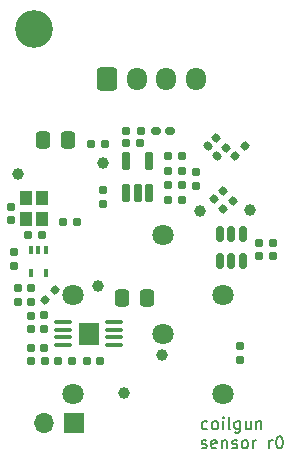
<source format=gbr>
%TF.GenerationSoftware,KiCad,Pcbnew,8.0.0*%
%TF.CreationDate,2024-03-24T11:45:01-04:00*%
%TF.ProjectId,sensor,73656e73-6f72-42e6-9b69-6361645f7063,rev?*%
%TF.SameCoordinates,Original*%
%TF.FileFunction,Soldermask,Top*%
%TF.FilePolarity,Negative*%
%FSLAX46Y46*%
G04 Gerber Fmt 4.6, Leading zero omitted, Abs format (unit mm)*
G04 Created by KiCad (PCBNEW 8.0.0) date 2024-03-24 11:45:01*
%MOMM*%
%LPD*%
G01*
G04 APERTURE LIST*
G04 Aperture macros list*
%AMRoundRect*
0 Rectangle with rounded corners*
0 $1 Rounding radius*
0 $2 $3 $4 $5 $6 $7 $8 $9 X,Y pos of 4 corners*
0 Add a 4 corners polygon primitive as box body*
4,1,4,$2,$3,$4,$5,$6,$7,$8,$9,$2,$3,0*
0 Add four circle primitives for the rounded corners*
1,1,$1+$1,$2,$3*
1,1,$1+$1,$4,$5*
1,1,$1+$1,$6,$7*
1,1,$1+$1,$8,$9*
0 Add four rect primitives between the rounded corners*
20,1,$1+$1,$2,$3,$4,$5,0*
20,1,$1+$1,$4,$5,$6,$7,0*
20,1,$1+$1,$6,$7,$8,$9,0*
20,1,$1+$1,$8,$9,$2,$3,0*%
G04 Aperture macros list end*
%ADD10C,0.150000*%
%ADD11C,1.000000*%
%ADD12RoundRect,0.160000X0.197500X0.160000X-0.197500X0.160000X-0.197500X-0.160000X0.197500X-0.160000X0*%
%ADD13RoundRect,0.160000X0.252791X-0.026517X-0.026517X0.252791X-0.252791X0.026517X0.026517X-0.252791X0*%
%ADD14RoundRect,0.250000X-0.600000X-0.725000X0.600000X-0.725000X0.600000X0.725000X-0.600000X0.725000X0*%
%ADD15O,1.700000X1.950000*%
%ADD16RoundRect,0.155000X0.155000X-0.212500X0.155000X0.212500X-0.155000X0.212500X-0.155000X-0.212500X0*%
%ADD17R,1.000000X1.150000*%
%ADD18RoundRect,0.160000X-0.197500X-0.160000X0.197500X-0.160000X0.197500X0.160000X-0.197500X0.160000X0*%
%ADD19C,3.200000*%
%ADD20RoundRect,0.160000X0.026517X0.252791X-0.252791X-0.026517X-0.026517X-0.252791X0.252791X0.026517X0*%
%ADD21RoundRect,0.155000X-0.212500X-0.155000X0.212500X-0.155000X0.212500X0.155000X-0.212500X0.155000X0*%
%ADD22RoundRect,0.160000X0.160000X-0.197500X0.160000X0.197500X-0.160000X0.197500X-0.160000X-0.197500X0*%
%ADD23RoundRect,0.160000X-0.160000X0.197500X-0.160000X-0.197500X0.160000X-0.197500X0.160000X0.197500X0*%
%ADD24R,1.700000X1.700000*%
%ADD25O,1.700000X1.700000*%
%ADD26RoundRect,0.155000X-0.155000X0.212500X-0.155000X-0.212500X0.155000X-0.212500X0.155000X0.212500X0*%
%ADD27RoundRect,0.150000X-0.150000X0.512500X-0.150000X-0.512500X0.150000X-0.512500X0.150000X0.512500X0*%
%ADD28RoundRect,0.160000X0.222500X0.160000X-0.222500X0.160000X-0.222500X-0.160000X0.222500X-0.160000X0*%
%ADD29RoundRect,0.155000X0.259862X-0.040659X-0.040659X0.259862X-0.259862X0.040659X0.040659X-0.259862X0*%
%ADD30RoundRect,0.100000X-0.625000X-0.100000X0.625000X-0.100000X0.625000X0.100000X-0.625000X0.100000X0*%
%ADD31R,1.680000X1.880000*%
%ADD32RoundRect,0.162500X0.162500X-0.617500X0.162500X0.617500X-0.162500X0.617500X-0.162500X-0.617500X0*%
%ADD33RoundRect,0.250000X0.337500X0.475000X-0.337500X0.475000X-0.337500X-0.475000X0.337500X-0.475000X0*%
%ADD34RoundRect,0.155000X0.212500X0.155000X-0.212500X0.155000X-0.212500X-0.155000X0.212500X-0.155000X0*%
%ADD35RoundRect,0.100000X-0.100000X0.225000X-0.100000X-0.225000X0.100000X-0.225000X0.100000X0.225000X0*%
%ADD36RoundRect,0.160000X-0.252791X0.026517X0.026517X-0.252791X0.252791X-0.026517X-0.026517X0.252791X0*%
%ADD37C,1.800000*%
G04 APERTURE END LIST*
D10*
X96165350Y-87312256D02*
X96070112Y-87359875D01*
X96070112Y-87359875D02*
X95879636Y-87359875D01*
X95879636Y-87359875D02*
X95784398Y-87312256D01*
X95784398Y-87312256D02*
X95736779Y-87264636D01*
X95736779Y-87264636D02*
X95689160Y-87169398D01*
X95689160Y-87169398D02*
X95689160Y-86883684D01*
X95689160Y-86883684D02*
X95736779Y-86788446D01*
X95736779Y-86788446D02*
X95784398Y-86740827D01*
X95784398Y-86740827D02*
X95879636Y-86693208D01*
X95879636Y-86693208D02*
X96070112Y-86693208D01*
X96070112Y-86693208D02*
X96165350Y-86740827D01*
X96736779Y-87359875D02*
X96641541Y-87312256D01*
X96641541Y-87312256D02*
X96593922Y-87264636D01*
X96593922Y-87264636D02*
X96546303Y-87169398D01*
X96546303Y-87169398D02*
X96546303Y-86883684D01*
X96546303Y-86883684D02*
X96593922Y-86788446D01*
X96593922Y-86788446D02*
X96641541Y-86740827D01*
X96641541Y-86740827D02*
X96736779Y-86693208D01*
X96736779Y-86693208D02*
X96879636Y-86693208D01*
X96879636Y-86693208D02*
X96974874Y-86740827D01*
X96974874Y-86740827D02*
X97022493Y-86788446D01*
X97022493Y-86788446D02*
X97070112Y-86883684D01*
X97070112Y-86883684D02*
X97070112Y-87169398D01*
X97070112Y-87169398D02*
X97022493Y-87264636D01*
X97022493Y-87264636D02*
X96974874Y-87312256D01*
X96974874Y-87312256D02*
X96879636Y-87359875D01*
X96879636Y-87359875D02*
X96736779Y-87359875D01*
X97498684Y-87359875D02*
X97498684Y-86693208D01*
X97498684Y-86359875D02*
X97451065Y-86407494D01*
X97451065Y-86407494D02*
X97498684Y-86455113D01*
X97498684Y-86455113D02*
X97546303Y-86407494D01*
X97546303Y-86407494D02*
X97498684Y-86359875D01*
X97498684Y-86359875D02*
X97498684Y-86455113D01*
X98117731Y-87359875D02*
X98022493Y-87312256D01*
X98022493Y-87312256D02*
X97974874Y-87217017D01*
X97974874Y-87217017D02*
X97974874Y-86359875D01*
X98927255Y-86693208D02*
X98927255Y-87502732D01*
X98927255Y-87502732D02*
X98879636Y-87597970D01*
X98879636Y-87597970D02*
X98832017Y-87645589D01*
X98832017Y-87645589D02*
X98736779Y-87693208D01*
X98736779Y-87693208D02*
X98593922Y-87693208D01*
X98593922Y-87693208D02*
X98498684Y-87645589D01*
X98927255Y-87312256D02*
X98832017Y-87359875D01*
X98832017Y-87359875D02*
X98641541Y-87359875D01*
X98641541Y-87359875D02*
X98546303Y-87312256D01*
X98546303Y-87312256D02*
X98498684Y-87264636D01*
X98498684Y-87264636D02*
X98451065Y-87169398D01*
X98451065Y-87169398D02*
X98451065Y-86883684D01*
X98451065Y-86883684D02*
X98498684Y-86788446D01*
X98498684Y-86788446D02*
X98546303Y-86740827D01*
X98546303Y-86740827D02*
X98641541Y-86693208D01*
X98641541Y-86693208D02*
X98832017Y-86693208D01*
X98832017Y-86693208D02*
X98927255Y-86740827D01*
X99832017Y-86693208D02*
X99832017Y-87359875D01*
X99403446Y-86693208D02*
X99403446Y-87217017D01*
X99403446Y-87217017D02*
X99451065Y-87312256D01*
X99451065Y-87312256D02*
X99546303Y-87359875D01*
X99546303Y-87359875D02*
X99689160Y-87359875D01*
X99689160Y-87359875D02*
X99784398Y-87312256D01*
X99784398Y-87312256D02*
X99832017Y-87264636D01*
X100308208Y-86693208D02*
X100308208Y-87359875D01*
X100308208Y-86788446D02*
X100355827Y-86740827D01*
X100355827Y-86740827D02*
X100451065Y-86693208D01*
X100451065Y-86693208D02*
X100593922Y-86693208D01*
X100593922Y-86693208D02*
X100689160Y-86740827D01*
X100689160Y-86740827D02*
X100736779Y-86836065D01*
X100736779Y-86836065D02*
X100736779Y-87359875D01*
X95689160Y-88922200D02*
X95784398Y-88969819D01*
X95784398Y-88969819D02*
X95974874Y-88969819D01*
X95974874Y-88969819D02*
X96070112Y-88922200D01*
X96070112Y-88922200D02*
X96117731Y-88826961D01*
X96117731Y-88826961D02*
X96117731Y-88779342D01*
X96117731Y-88779342D02*
X96070112Y-88684104D01*
X96070112Y-88684104D02*
X95974874Y-88636485D01*
X95974874Y-88636485D02*
X95832017Y-88636485D01*
X95832017Y-88636485D02*
X95736779Y-88588866D01*
X95736779Y-88588866D02*
X95689160Y-88493628D01*
X95689160Y-88493628D02*
X95689160Y-88446009D01*
X95689160Y-88446009D02*
X95736779Y-88350771D01*
X95736779Y-88350771D02*
X95832017Y-88303152D01*
X95832017Y-88303152D02*
X95974874Y-88303152D01*
X95974874Y-88303152D02*
X96070112Y-88350771D01*
X96927255Y-88922200D02*
X96832017Y-88969819D01*
X96832017Y-88969819D02*
X96641541Y-88969819D01*
X96641541Y-88969819D02*
X96546303Y-88922200D01*
X96546303Y-88922200D02*
X96498684Y-88826961D01*
X96498684Y-88826961D02*
X96498684Y-88446009D01*
X96498684Y-88446009D02*
X96546303Y-88350771D01*
X96546303Y-88350771D02*
X96641541Y-88303152D01*
X96641541Y-88303152D02*
X96832017Y-88303152D01*
X96832017Y-88303152D02*
X96927255Y-88350771D01*
X96927255Y-88350771D02*
X96974874Y-88446009D01*
X96974874Y-88446009D02*
X96974874Y-88541247D01*
X96974874Y-88541247D02*
X96498684Y-88636485D01*
X97403446Y-88303152D02*
X97403446Y-88969819D01*
X97403446Y-88398390D02*
X97451065Y-88350771D01*
X97451065Y-88350771D02*
X97546303Y-88303152D01*
X97546303Y-88303152D02*
X97689160Y-88303152D01*
X97689160Y-88303152D02*
X97784398Y-88350771D01*
X97784398Y-88350771D02*
X97832017Y-88446009D01*
X97832017Y-88446009D02*
X97832017Y-88969819D01*
X98260589Y-88922200D02*
X98355827Y-88969819D01*
X98355827Y-88969819D02*
X98546303Y-88969819D01*
X98546303Y-88969819D02*
X98641541Y-88922200D01*
X98641541Y-88922200D02*
X98689160Y-88826961D01*
X98689160Y-88826961D02*
X98689160Y-88779342D01*
X98689160Y-88779342D02*
X98641541Y-88684104D01*
X98641541Y-88684104D02*
X98546303Y-88636485D01*
X98546303Y-88636485D02*
X98403446Y-88636485D01*
X98403446Y-88636485D02*
X98308208Y-88588866D01*
X98308208Y-88588866D02*
X98260589Y-88493628D01*
X98260589Y-88493628D02*
X98260589Y-88446009D01*
X98260589Y-88446009D02*
X98308208Y-88350771D01*
X98308208Y-88350771D02*
X98403446Y-88303152D01*
X98403446Y-88303152D02*
X98546303Y-88303152D01*
X98546303Y-88303152D02*
X98641541Y-88350771D01*
X99260589Y-88969819D02*
X99165351Y-88922200D01*
X99165351Y-88922200D02*
X99117732Y-88874580D01*
X99117732Y-88874580D02*
X99070113Y-88779342D01*
X99070113Y-88779342D02*
X99070113Y-88493628D01*
X99070113Y-88493628D02*
X99117732Y-88398390D01*
X99117732Y-88398390D02*
X99165351Y-88350771D01*
X99165351Y-88350771D02*
X99260589Y-88303152D01*
X99260589Y-88303152D02*
X99403446Y-88303152D01*
X99403446Y-88303152D02*
X99498684Y-88350771D01*
X99498684Y-88350771D02*
X99546303Y-88398390D01*
X99546303Y-88398390D02*
X99593922Y-88493628D01*
X99593922Y-88493628D02*
X99593922Y-88779342D01*
X99593922Y-88779342D02*
X99546303Y-88874580D01*
X99546303Y-88874580D02*
X99498684Y-88922200D01*
X99498684Y-88922200D02*
X99403446Y-88969819D01*
X99403446Y-88969819D02*
X99260589Y-88969819D01*
X100022494Y-88969819D02*
X100022494Y-88303152D01*
X100022494Y-88493628D02*
X100070113Y-88398390D01*
X100070113Y-88398390D02*
X100117732Y-88350771D01*
X100117732Y-88350771D02*
X100212970Y-88303152D01*
X100212970Y-88303152D02*
X100308208Y-88303152D01*
X101403447Y-88969819D02*
X101403447Y-88303152D01*
X101403447Y-88493628D02*
X101451066Y-88398390D01*
X101451066Y-88398390D02*
X101498685Y-88350771D01*
X101498685Y-88350771D02*
X101593923Y-88303152D01*
X101593923Y-88303152D02*
X101689161Y-88303152D01*
X102212971Y-87969819D02*
X102308209Y-87969819D01*
X102308209Y-87969819D02*
X102403447Y-88017438D01*
X102403447Y-88017438D02*
X102451066Y-88065057D01*
X102451066Y-88065057D02*
X102498685Y-88160295D01*
X102498685Y-88160295D02*
X102546304Y-88350771D01*
X102546304Y-88350771D02*
X102546304Y-88588866D01*
X102546304Y-88588866D02*
X102498685Y-88779342D01*
X102498685Y-88779342D02*
X102451066Y-88874580D01*
X102451066Y-88874580D02*
X102403447Y-88922200D01*
X102403447Y-88922200D02*
X102308209Y-88969819D01*
X102308209Y-88969819D02*
X102212971Y-88969819D01*
X102212971Y-88969819D02*
X102117733Y-88922200D01*
X102117733Y-88922200D02*
X102070114Y-88874580D01*
X102070114Y-88874580D02*
X102022495Y-88779342D01*
X102022495Y-88779342D02*
X101974876Y-88588866D01*
X101974876Y-88588866D02*
X101974876Y-88350771D01*
X101974876Y-88350771D02*
X102022495Y-88160295D01*
X102022495Y-88160295D02*
X102070114Y-88065057D01*
X102070114Y-88065057D02*
X102117733Y-88017438D01*
X102117733Y-88017438D02*
X102212971Y-87969819D01*
D11*
%TO.C,TP8*%
X87300000Y-64800000D03*
%TD*%
D12*
%TO.C,R7*%
X93997500Y-66700000D03*
X92802500Y-66700000D03*
%TD*%
D13*
%TO.C,R16*%
X97722496Y-63522496D03*
X96877504Y-62677504D03*
%TD*%
D11*
%TO.C,TP3*%
X99800000Y-68800000D03*
%TD*%
D14*
%TO.C,J1*%
X87700000Y-57700000D03*
D15*
X90200000Y-57700000D03*
X92700000Y-57700000D03*
X95200000Y-57700000D03*
%TD*%
D16*
%TO.C,C5*%
X95202500Y-66735000D03*
X95202500Y-65600000D03*
%TD*%
%TO.C,C6*%
X79800000Y-73535000D03*
X79800000Y-72400000D03*
%TD*%
D11*
%TO.C,TP1*%
X92300000Y-81100000D03*
%TD*%
D17*
%TO.C,X1*%
X80800000Y-67800000D03*
X80800000Y-69550000D03*
X82200000Y-69550000D03*
X82200000Y-67800000D03*
%TD*%
D18*
%TO.C,R17*%
X89305000Y-62100000D03*
X90500000Y-62100000D03*
%TD*%
%TO.C,R18*%
X83905000Y-69800000D03*
X85100000Y-69800000D03*
%TD*%
D19*
%TO.C,H1*%
X81500000Y-53500000D03*
%TD*%
D20*
%TO.C,R15*%
X99322496Y-63377504D03*
X98477504Y-64222496D03*
%TD*%
D12*
%TO.C,R11*%
X84697500Y-81600000D03*
X83502500Y-81600000D03*
%TD*%
D21*
%TO.C,C1*%
X85932500Y-81600000D03*
X87067500Y-81600000D03*
%TD*%
D22*
%TO.C,R2*%
X82300000Y-78897500D03*
X82300000Y-77702500D03*
%TD*%
D23*
%TO.C,R1*%
X81200000Y-75402500D03*
X81200000Y-76597500D03*
%TD*%
D24*
%TO.C,J2*%
X84900000Y-86800000D03*
D25*
X82360000Y-86800000D03*
%TD*%
D26*
%TO.C,C2*%
X79500000Y-68532500D03*
X79500000Y-69667500D03*
%TD*%
D27*
%TO.C,U2*%
X99137500Y-70825000D03*
X98187500Y-70825000D03*
X97237500Y-70825000D03*
X97237500Y-73100000D03*
X98187500Y-73100000D03*
X99137500Y-73100000D03*
%TD*%
D11*
%TO.C,TP4*%
X89100000Y-84300000D03*
%TD*%
D22*
%TO.C,R4*%
X98900000Y-81497500D03*
X98900000Y-80302500D03*
%TD*%
D28*
%TO.C,D1*%
X92972500Y-62100000D03*
X91827500Y-62100000D03*
%TD*%
D11*
%TO.C,TP7*%
X80100000Y-65800000D03*
%TD*%
%TO.C,TP2*%
X95500000Y-68900000D03*
%TD*%
D26*
%TO.C,C4*%
X81200000Y-77765000D03*
X81200000Y-78900000D03*
%TD*%
D21*
%TO.C,C15*%
X89302500Y-63100000D03*
X90437500Y-63100000D03*
%TD*%
D13*
%TO.C,R5*%
X97524996Y-68722496D03*
X96680004Y-67877504D03*
%TD*%
D29*
%TO.C,C16*%
X97000000Y-64200000D03*
X96197434Y-63397434D03*
%TD*%
D16*
%TO.C,C13*%
X101700000Y-72735000D03*
X101700000Y-71600000D03*
%TD*%
%TO.C,C7*%
X100500000Y-72735000D03*
X100500000Y-71600000D03*
%TD*%
D20*
%TO.C,R3*%
X83222496Y-75577504D03*
X82377504Y-76422496D03*
%TD*%
D16*
%TO.C,C3*%
X80100000Y-76567500D03*
X80100000Y-75432500D03*
%TD*%
D11*
%TO.C,TP6*%
X86900000Y-75200000D03*
%TD*%
D12*
%TO.C,R10*%
X94002500Y-68000000D03*
X92807500Y-68000000D03*
%TD*%
D18*
%TO.C,R8*%
X92805000Y-65500000D03*
X94000000Y-65500000D03*
%TD*%
D26*
%TO.C,C14*%
X87300000Y-67132500D03*
X87300000Y-68267500D03*
%TD*%
D30*
%TO.C,U1*%
X83970000Y-78295000D03*
X83970000Y-78945000D03*
X83970000Y-79595000D03*
X83970000Y-80245000D03*
X88270000Y-80245000D03*
X88270000Y-79595000D03*
X88270000Y-78945000D03*
X88270000Y-78295000D03*
D31*
X86120000Y-79270000D03*
%TD*%
D32*
%TO.C,U4*%
X89302500Y-67400000D03*
X90252500Y-67400000D03*
X91202500Y-67400000D03*
X91202500Y-64700000D03*
X89302500Y-64700000D03*
%TD*%
D18*
%TO.C,R13*%
X86305000Y-63200000D03*
X87500000Y-63200000D03*
%TD*%
D33*
%TO.C,C11*%
X84337500Y-62900000D03*
X82262500Y-62900000D03*
%TD*%
D12*
%TO.C,R12*%
X82397500Y-81600000D03*
X81202500Y-81600000D03*
%TD*%
D34*
%TO.C,C10*%
X82367500Y-80500000D03*
X81232500Y-80500000D03*
%TD*%
D35*
%TO.C,U3*%
X82500000Y-72200000D03*
X81850000Y-72200000D03*
X81200000Y-72200000D03*
X81200000Y-74100000D03*
X82500000Y-74100000D03*
%TD*%
D36*
%TO.C,R6*%
X97480004Y-67177504D03*
X98324996Y-68022496D03*
%TD*%
D12*
%TO.C,R14*%
X82195000Y-70900000D03*
X81000000Y-70900000D03*
%TD*%
D18*
%TO.C,R9*%
X92807500Y-64200000D03*
X94002500Y-64200000D03*
%TD*%
D33*
%TO.C,C12*%
X91037500Y-76300000D03*
X88962500Y-76300000D03*
%TD*%
D37*
%TO.C,RV1*%
X84800000Y-84400000D03*
X92420000Y-79340000D03*
X97500000Y-84400000D03*
%TD*%
%TO.C,RV2*%
X84800000Y-76000000D03*
X92420000Y-70940000D03*
X97500000Y-76000000D03*
%TD*%
M02*

</source>
